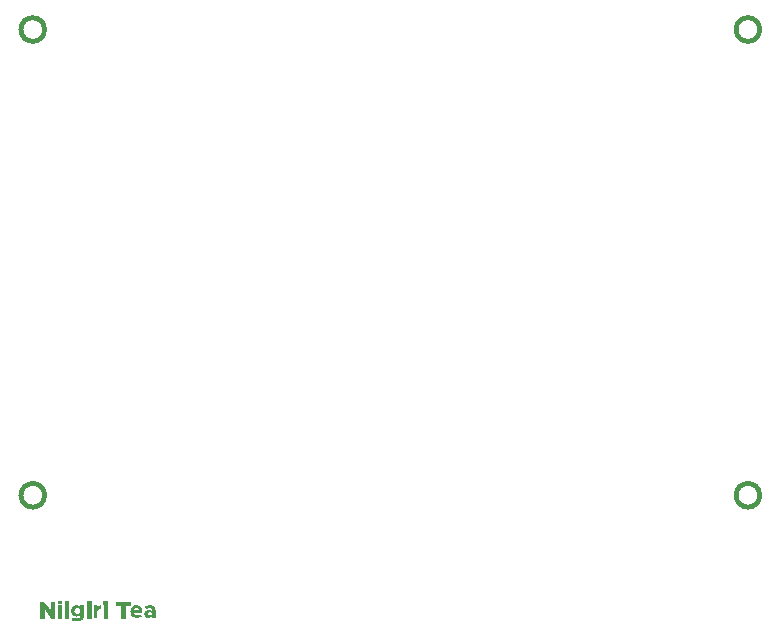
<source format=gto>
G04 #@! TF.GenerationSoftware,KiCad,Pcbnew,(5.1.4-0-10_14)*
G04 #@! TF.CreationDate,2020-03-30T03:10:15+09:00*
G04 #@! TF.ProjectId,palette1202-PM-back,70616c65-7474-4653-9132-30322d504d2d,rev?*
G04 #@! TF.SameCoordinates,Original*
G04 #@! TF.FileFunction,Legend,Top*
G04 #@! TF.FilePolarity,Positive*
%FSLAX46Y46*%
G04 Gerber Fmt 4.6, Leading zero omitted, Abs format (unit mm)*
G04 Created by KiCad (PCBNEW (5.1.4-0-10_14)) date 2020-03-30 03:10:15*
%MOMM*%
%LPD*%
G04 APERTURE LIST*
%ADD10C,0.010000*%
%ADD11C,0.100000*%
%ADD12C,0.400000*%
G04 APERTURE END LIST*
D10*
X104823000Y-119298900D02*
X104823000Y-120651616D01*
X104569957Y-120651616D02*
X103914872Y-119791720D01*
X104529305Y-120131751D02*
X104529305Y-119298900D01*
X104823000Y-120651616D02*
X104569957Y-120651616D01*
X107893441Y-120651616D02*
X107599574Y-120651616D01*
X107599574Y-120651616D02*
X107599574Y-119615848D01*
X103914872Y-119791720D02*
X103914872Y-120651616D01*
X103914872Y-120651616D02*
X103621006Y-120651616D01*
X105129441Y-119615848D02*
X105423307Y-119615848D01*
X105423307Y-119615848D02*
X105423307Y-120651616D01*
X105423307Y-120651616D02*
X105129441Y-120651616D01*
X105129441Y-120651616D02*
X105129441Y-119615848D01*
X105712696Y-119240850D02*
X106006562Y-119240850D01*
X106006562Y-119240850D02*
X106006562Y-120651616D01*
X106006562Y-120651616D02*
X105712696Y-120651616D01*
X105712696Y-120651616D02*
X105712696Y-119240850D01*
X107591995Y-119240850D02*
X107901192Y-119240850D01*
X107901192Y-119240850D02*
X107901192Y-119501816D01*
X107901192Y-119501816D02*
X107591995Y-119501816D01*
X107591995Y-119501816D02*
X107591995Y-119240850D01*
X107599574Y-119615848D02*
X107893441Y-119615848D01*
X107893441Y-119615848D02*
X107893441Y-120651616D01*
X103621006Y-119298900D02*
X103895408Y-119298900D01*
X103895408Y-119298900D02*
X104529305Y-120131751D01*
X104529305Y-119298900D02*
X104823000Y-119298900D01*
X103621006Y-120651616D02*
X103621006Y-119298900D01*
X108982608Y-119240850D02*
X109291805Y-119240850D01*
X109291805Y-119240850D02*
X109291805Y-119501816D01*
X109291805Y-119501816D02*
X108982608Y-119501816D01*
X108982608Y-119501816D02*
X108982608Y-119240850D01*
X108990187Y-119615848D02*
X109284054Y-119615848D01*
X109284054Y-119615848D02*
X109284054Y-120651616D01*
X109284054Y-120651616D02*
X108990187Y-120651616D01*
X108990187Y-120651616D02*
X108990187Y-119615848D01*
X110485359Y-119573301D02*
X110073670Y-119573301D01*
X110073670Y-119573301D02*
X110073670Y-119298900D01*
X110073670Y-119298900D02*
X111194531Y-119298900D01*
X111194531Y-119298900D02*
X111194531Y-119573301D01*
X111194531Y-119573301D02*
X110783015Y-119573301D01*
X110783015Y-119573301D02*
X110783015Y-120651616D01*
X110783015Y-120651616D02*
X110485359Y-120651616D01*
X110485359Y-120651616D02*
X110485359Y-119573301D01*
D11*
G36*
X103621006Y-119298900D02*
G01*
X103895408Y-119298900D01*
X104529305Y-120131751D01*
X104529305Y-119298900D01*
X104823000Y-119298900D01*
X104823000Y-120651616D01*
X104569957Y-120651616D01*
X103914872Y-119791720D01*
X103914872Y-120651616D01*
X103621006Y-120651616D01*
X103621006Y-119298900D01*
G37*
G36*
X105121862Y-119240850D02*
G01*
X105431059Y-119240850D01*
X105431059Y-119501816D01*
X105121862Y-119501816D01*
X105121862Y-119240850D01*
G37*
G36*
X105129441Y-119615848D02*
G01*
X105423307Y-119615848D01*
X105423307Y-120651616D01*
X105129441Y-120651616D01*
X105129441Y-119615848D01*
G37*
G36*
X105712696Y-120651616D02*
G01*
X106006562Y-120651616D01*
X106006562Y-119240850D01*
X105712696Y-119240850D01*
X105712696Y-120651616D01*
G37*
G36*
X107037000Y-120082000D02*
G01*
X107027000Y-120002000D01*
X106987000Y-119932000D01*
X106937000Y-119882000D01*
X106877000Y-119852000D01*
X106817000Y-119842000D01*
X106781020Y-119839952D01*
X106697000Y-119852000D01*
X106627000Y-119882000D01*
X106587000Y-119922000D01*
X106557000Y-119972000D01*
X106537000Y-120022000D01*
X106529872Y-120083520D01*
X106537000Y-120132000D01*
X106247000Y-120182000D01*
X106237000Y-120122000D01*
X106236178Y-120083520D01*
X106237000Y-120012000D01*
X106257000Y-119922000D01*
X106297000Y-119822000D01*
X106357000Y-119742000D01*
X106407000Y-119692000D01*
X106467000Y-119652000D01*
X106537000Y-119622000D01*
X106617000Y-119602000D01*
X106696098Y-119596556D01*
X106777000Y-119602000D01*
X106827000Y-119612000D01*
X106897000Y-119642000D01*
X106947000Y-119672000D01*
X107007000Y-119722000D01*
X107037000Y-119752000D01*
X107037000Y-119612000D01*
X107327000Y-119612000D01*
X107327000Y-120432000D01*
X107317000Y-120562000D01*
X107297000Y-120662000D01*
X107277000Y-120712000D01*
X107257000Y-120742000D01*
X107217000Y-120812000D01*
X107147000Y-120872000D01*
X107107000Y-120892000D01*
X107047000Y-120922000D01*
X106987000Y-120942000D01*
X106927000Y-120952000D01*
X106837000Y-120962000D01*
X106746224Y-120964603D01*
X106667000Y-120962000D01*
X106577000Y-120952000D01*
X106507000Y-120942000D01*
X106407000Y-120912000D01*
X106337000Y-120882000D01*
X106288371Y-120856427D01*
X106388795Y-120636113D01*
X106457000Y-120672000D01*
X106507000Y-120692000D01*
X106577000Y-120712000D01*
X106637000Y-120722000D01*
X106738645Y-120730853D01*
X106837000Y-120722000D01*
X106897000Y-120702000D01*
X106957000Y-120662000D01*
X106997000Y-120612000D01*
X107017000Y-120562000D01*
X107037000Y-120482000D01*
X107034234Y-120398402D01*
X107007000Y-120202000D01*
X107027000Y-120152000D01*
X107037000Y-120082000D01*
G37*
G36*
X106247000Y-120182000D02*
G01*
X106257000Y-120242000D01*
X106277000Y-120302000D01*
X106317000Y-120372000D01*
X106357000Y-120422000D01*
X106407000Y-120472000D01*
X106457000Y-120502000D01*
X106537000Y-120542000D01*
X106637000Y-120562000D01*
X106696098Y-120566522D01*
X106767000Y-120562000D01*
X106847000Y-120542000D01*
X106927000Y-120502000D01*
X106977000Y-120462000D01*
X107047000Y-120392000D01*
X107017000Y-120182000D01*
X106967000Y-120252000D01*
X106907000Y-120292000D01*
X106857000Y-120312000D01*
X106797000Y-120322000D01*
X106697000Y-120312000D01*
X106617000Y-120272000D01*
X106567000Y-120212000D01*
X106537000Y-120162000D01*
X106527000Y-120122000D01*
X106247000Y-120182000D01*
G37*
G36*
X107599574Y-119615848D02*
G01*
X107893440Y-119615848D01*
X107893440Y-120651616D01*
X107599574Y-120651616D01*
X107599574Y-119615848D01*
G37*
G36*
X107591995Y-119240850D02*
G01*
X107901192Y-119240850D01*
X107901192Y-119501816D01*
X107591995Y-119501816D01*
X107591995Y-119240850D01*
G37*
D10*
X107599574Y-120651616D02*
X107599574Y-119615848D01*
X107893440Y-120651616D02*
X107599574Y-120651616D01*
X107893440Y-119615848D02*
X107893440Y-120651616D01*
X107599574Y-119615848D02*
X107893440Y-119615848D01*
D11*
G36*
X108990187Y-119615848D02*
G01*
X109284053Y-119615848D01*
X109284053Y-120651616D01*
X108990187Y-120651616D01*
X108990187Y-119615848D01*
G37*
G36*
X108982608Y-119240850D02*
G01*
X109291805Y-119240850D01*
X109291805Y-119501816D01*
X108982608Y-119501816D01*
X108982608Y-119240850D01*
G37*
D10*
X108990187Y-120651616D02*
X108990187Y-119615848D01*
X109284053Y-120651616D02*
X108990187Y-120651616D01*
X109284053Y-119615848D02*
X109284053Y-120651616D01*
X108990187Y-119615848D02*
X109284053Y-119615848D01*
D11*
G36*
X108477000Y-119792000D02*
G01*
X108497000Y-119752000D01*
X108547000Y-119682000D01*
X108607000Y-119642000D01*
X108657000Y-119612000D01*
X108727000Y-119602000D01*
X108797000Y-119602000D01*
X108793644Y-119903686D01*
X108737000Y-119902000D01*
X108657000Y-119922000D01*
X108577000Y-119962000D01*
X108507000Y-120042000D01*
X108477000Y-120142000D01*
X108467000Y-120242000D01*
X108463087Y-120651616D01*
X108169393Y-120651616D01*
X108169393Y-119615848D01*
X108463087Y-119615848D01*
X108467000Y-119812000D01*
X108477000Y-119792000D01*
G37*
G36*
X110485359Y-119573301D02*
G01*
X110783015Y-119573301D01*
X110783015Y-120651616D01*
X110485359Y-120651616D01*
X110485359Y-119573301D01*
G37*
G36*
X110073670Y-119573301D02*
G01*
X110073670Y-119298900D01*
X111194531Y-119298900D01*
X111194531Y-119573301D01*
X110073670Y-119573301D01*
G37*
G36*
X111782889Y-119596556D02*
G01*
X111697000Y-119602000D01*
X111607000Y-119622000D01*
X111477000Y-119692000D01*
X111387000Y-119782000D01*
X111327000Y-119882000D01*
X111287000Y-119982000D01*
X111270776Y-120139503D01*
X111277000Y-120242000D01*
X111307000Y-120352000D01*
X111347000Y-120432000D01*
X111417000Y-120522000D01*
X111507000Y-120592000D01*
X111617000Y-120642000D01*
X111727000Y-120672000D01*
X111811828Y-120674871D01*
X111947000Y-120662000D01*
X112047000Y-120632000D01*
X112147000Y-120572000D01*
X112235058Y-120481601D01*
X112066937Y-120332773D01*
X111977000Y-120402000D01*
X111897000Y-120432000D01*
X111815790Y-120439054D01*
X111737000Y-120432000D01*
X111657000Y-120392000D01*
X111607000Y-120342000D01*
X111577000Y-120282000D01*
X111562575Y-120236138D01*
X112283462Y-120236138D01*
X112287000Y-120152000D01*
X112277000Y-120022000D01*
X112257000Y-119932000D01*
X112187000Y-119792000D01*
X112001308Y-120052514D01*
X111558786Y-120052514D01*
X111587000Y-119962000D01*
X111627000Y-119902000D01*
X111677000Y-119862000D01*
X111717000Y-119842000D01*
X111782889Y-119832200D01*
X111857000Y-119842000D01*
X111927000Y-119882000D01*
X111977000Y-119952000D01*
X112177000Y-119782000D01*
X112127000Y-119722000D01*
X112047000Y-119662000D01*
X111977000Y-119632000D01*
X111917000Y-119612000D01*
X111837000Y-119602000D01*
X111782889Y-119596556D01*
G37*
G36*
X111977000Y-119952000D02*
G01*
X111987000Y-119982000D01*
X112007000Y-120062000D01*
X112187000Y-119802000D01*
X112167000Y-119772000D01*
X111977000Y-119952000D01*
G37*
G36*
X113111835Y-120539478D02*
G01*
X113067000Y-120582000D01*
X112967000Y-120642000D01*
X112837000Y-120672000D01*
X112777000Y-120672000D01*
X112687000Y-120662000D01*
X112607000Y-120632000D01*
X112547000Y-120592000D01*
X112497000Y-120532000D01*
X112457000Y-120462000D01*
X112447000Y-120372000D01*
X112447000Y-120312000D01*
X112467000Y-120212000D01*
X112517000Y-120132000D01*
X112587000Y-120082000D01*
X112657000Y-120052000D01*
X112717000Y-120032000D01*
X112797000Y-120022000D01*
X112860515Y-120019613D01*
X112947000Y-120022000D01*
X113047000Y-120042000D01*
X113113730Y-120062160D01*
X113167000Y-120092000D01*
X113187000Y-120262000D01*
X113117519Y-120234243D01*
X113027000Y-120202000D01*
X112930106Y-120195486D01*
X112857000Y-120202000D01*
X112797000Y-120222000D01*
X112747000Y-120262000D01*
X112727000Y-120322000D01*
X112727000Y-120352000D01*
X112747000Y-120412000D01*
X112777000Y-120442000D01*
X112827000Y-120462000D01*
X112887559Y-120467993D01*
X112957000Y-120462000D01*
X112997000Y-120452000D01*
X113037000Y-120432000D01*
X113057000Y-120412000D01*
X113097000Y-120372000D01*
X113117000Y-120312000D01*
X113117519Y-120286436D01*
X113187000Y-120302000D01*
X113187000Y-120542000D01*
X113111835Y-120539478D01*
G37*
G36*
X113117000Y-120222000D02*
G01*
X113111835Y-120651616D01*
X113397000Y-120652000D01*
X113397000Y-120022000D01*
X113387000Y-119942000D01*
X113367000Y-119852000D01*
X113337000Y-119782000D01*
X113277000Y-119712000D01*
X113217000Y-119672000D01*
X113137000Y-119632000D01*
X113057000Y-119612000D01*
X112977000Y-119602000D01*
X112933896Y-119604135D01*
X112787000Y-119612000D01*
X112647000Y-119642000D01*
X112532025Y-119687334D01*
X112605406Y-119911437D01*
X112667000Y-119892000D01*
X112777000Y-119862000D01*
X112891521Y-119855455D01*
X112977000Y-119862000D01*
X113057000Y-119902000D01*
X113097000Y-119952000D01*
X113107000Y-119992000D01*
X113117000Y-120072000D01*
X113117000Y-120222000D01*
G37*
D12*
X103997000Y-110302800D02*
G75*
G03X103997000Y-110302800I-1000000J0D01*
G01*
X103997000Y-70866000D02*
G75*
G03X103997000Y-70866000I-1000000J0D01*
G01*
X164547300Y-110302800D02*
G75*
G03X164547300Y-110302800I-1000000J0D01*
G01*
X164547300Y-70866000D02*
G75*
G03X164547300Y-70866000I-1000000J0D01*
G01*
M02*

</source>
